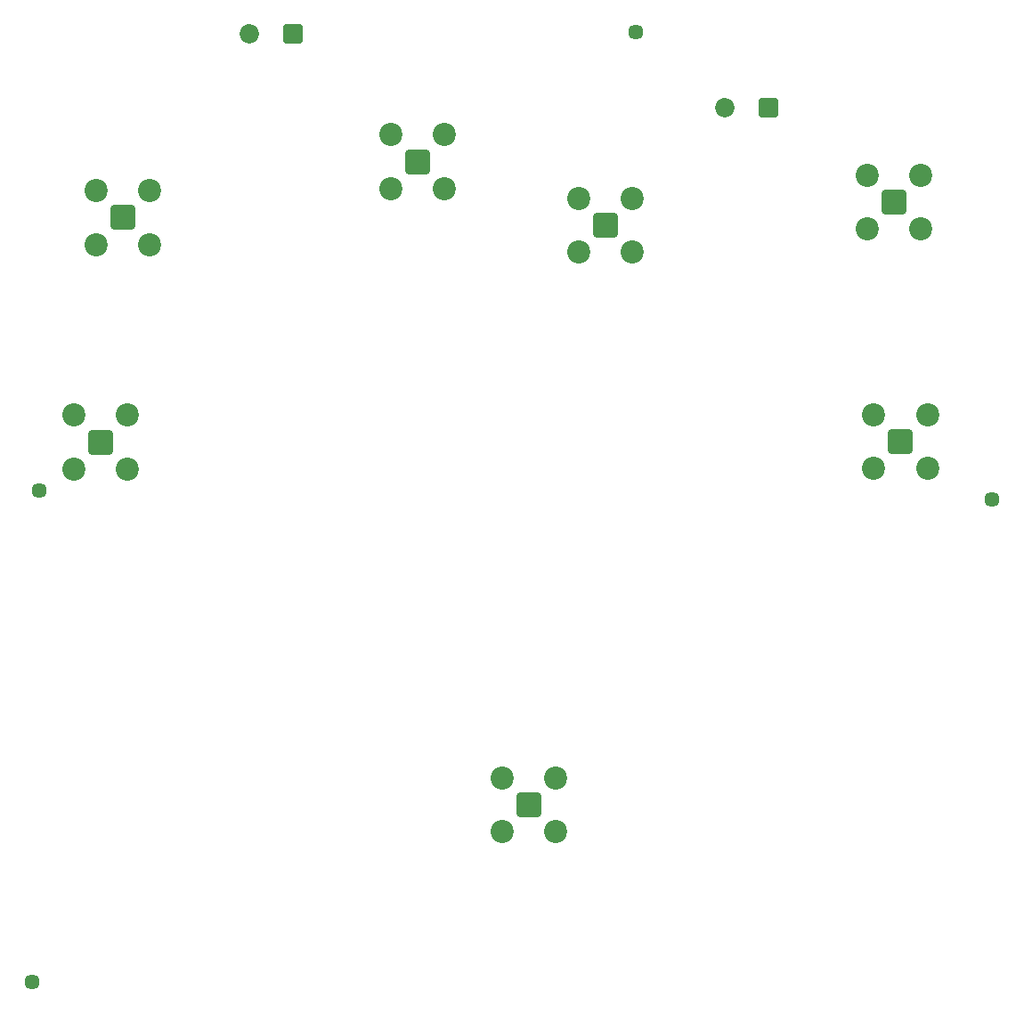
<source format=gbs>
G04 #@! TF.GenerationSoftware,KiCad,Pcbnew,8.0.8-8.0.8-0~ubuntu24.04.1*
G04 #@! TF.CreationDate,2025-01-18T17:04:44+01:00*
G04 #@! TF.ProjectId,rf_lna,72665f6c-6e61-42e6-9b69-6361645f7063,rev?*
G04 #@! TF.SameCoordinates,Original*
G04 #@! TF.FileFunction,Soldermask,Bot*
G04 #@! TF.FilePolarity,Negative*
%FSLAX46Y46*%
G04 Gerber Fmt 4.6, Leading zero omitted, Abs format (unit mm)*
G04 Created by KiCad (PCBNEW 8.0.8-8.0.8-0~ubuntu24.04.1) date 2025-01-18 17:04:44*
%MOMM*%
%LPD*%
G01*
G04 APERTURE LIST*
G04 Aperture macros list*
%AMRoundRect*
0 Rectangle with rounded corners*
0 $1 Rounding radius*
0 $2 $3 $4 $5 $6 $7 $8 $9 X,Y pos of 4 corners*
0 Add a 4 corners polygon primitive as box body*
4,1,4,$2,$3,$4,$5,$6,$7,$8,$9,$2,$3,0*
0 Add four circle primitives for the rounded corners*
1,1,$1+$1,$2,$3*
1,1,$1+$1,$4,$5*
1,1,$1+$1,$6,$7*
1,1,$1+$1,$8,$9*
0 Add four rect primitives between the rounded corners*
20,1,$1+$1,$2,$3,$4,$5,0*
20,1,$1+$1,$4,$5,$6,$7,0*
20,1,$1+$1,$6,$7,$8,$9,0*
20,1,$1+$1,$8,$9,$2,$3,0*%
G04 Aperture macros list end*
%ADD10C,1.448000*%
%ADD11RoundRect,0.200100X-0.949900X-0.949900X0.949900X-0.949900X0.949900X0.949900X-0.949900X0.949900X0*%
%ADD12C,2.200000*%
%ADD13RoundRect,0.250000X0.675000X0.675000X-0.675000X0.675000X-0.675000X-0.675000X0.675000X-0.675000X0*%
%ADD14C,1.850000*%
%ADD15RoundRect,0.200100X0.949900X0.949900X-0.949900X0.949900X-0.949900X-0.949900X0.949900X-0.949900X0*%
G04 APERTURE END LIST*
D10*
X54220000Y-100040000D03*
X53560000Y-146770000D03*
X110930000Y-56380000D03*
X144860000Y-100870000D03*
D11*
X136150000Y-95350000D03*
D12*
X133600000Y-92800000D03*
X133600000Y-97900000D03*
X138700000Y-92800000D03*
X138700000Y-97900000D03*
D13*
X123612500Y-63640000D03*
D14*
X119412500Y-63640000D03*
D15*
X60100000Y-95400000D03*
D12*
X62650000Y-97950000D03*
X62650000Y-92850000D03*
X57550000Y-97950000D03*
X57550000Y-92850000D03*
D15*
X108075000Y-74800000D03*
D12*
X110625000Y-77350000D03*
X110625000Y-72250000D03*
X105525000Y-77350000D03*
X105525000Y-72250000D03*
D15*
X62175000Y-74050000D03*
D12*
X64725000Y-76600000D03*
X64725000Y-71500000D03*
X59625000Y-76600000D03*
X59625000Y-71500000D03*
D15*
X100825000Y-129900000D03*
D12*
X103375000Y-132450000D03*
X103375000Y-127350000D03*
X98275000Y-132450000D03*
X98275000Y-127350000D03*
D13*
X78400000Y-56600000D03*
D14*
X74200000Y-56600000D03*
D11*
X135550000Y-72575000D03*
D12*
X133000000Y-70025000D03*
X133000000Y-75125000D03*
X138100000Y-70025000D03*
X138100000Y-75125000D03*
D11*
X90220000Y-68730000D03*
D12*
X87670000Y-66180000D03*
X87670000Y-71280000D03*
X92770000Y-66180000D03*
X92770000Y-71280000D03*
M02*

</source>
